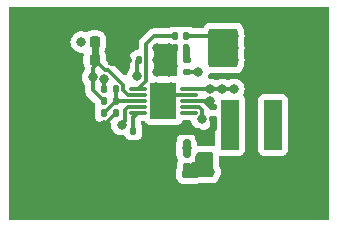
<source format=gbr>
G04 #@! TF.GenerationSoftware,KiCad,Pcbnew,8.0.3*
G04 #@! TF.CreationDate,2024-08-02T19:38:20+02:00*
G04 #@! TF.ProjectId,powermod,706f7765-726d-46f6-942e-6b696361645f,rev?*
G04 #@! TF.SameCoordinates,PXf42400PY2719c40*
G04 #@! TF.FileFunction,Copper,L1,Top*
G04 #@! TF.FilePolarity,Positive*
%FSLAX46Y46*%
G04 Gerber Fmt 4.6, Leading zero omitted, Abs format (unit mm)*
G04 Created by KiCad (PCBNEW 8.0.3) date 2024-08-02 19:38:20*
%MOMM*%
%LPD*%
G01*
G04 APERTURE LIST*
G04 Aperture macros list*
%AMRoundRect*
0 Rectangle with rounded corners*
0 $1 Rounding radius*
0 $2 $3 $4 $5 $6 $7 $8 $9 X,Y pos of 4 corners*
0 Add a 4 corners polygon primitive as box body*
4,1,4,$2,$3,$4,$5,$6,$7,$8,$9,$2,$3,0*
0 Add four circle primitives for the rounded corners*
1,1,$1+$1,$2,$3*
1,1,$1+$1,$4,$5*
1,1,$1+$1,$6,$7*
1,1,$1+$1,$8,$9*
0 Add four rect primitives between the rounded corners*
20,1,$1+$1,$2,$3,$4,$5,0*
20,1,$1+$1,$4,$5,$6,$7,0*
20,1,$1+$1,$6,$7,$8,$9,0*
20,1,$1+$1,$8,$9,$2,$3,0*%
G04 Aperture macros list end*
G04 #@! TA.AperFunction,Conductor*
%ADD10C,0.300000*%
G04 #@! TD*
G04 #@! TA.AperFunction,SMDPad,CuDef*
%ADD11RoundRect,0.225000X-0.225000X-0.250000X0.225000X-0.250000X0.225000X0.250000X-0.225000X0.250000X0*%
G04 #@! TD*
G04 #@! TA.AperFunction,SMDPad,CuDef*
%ADD12RoundRect,0.075000X-0.650000X-0.075000X0.650000X-0.075000X0.650000X0.075000X-0.650000X0.075000X0*%
G04 #@! TD*
G04 #@! TA.AperFunction,HeatsinkPad*
%ADD13C,0.500000*%
G04 #@! TD*
G04 #@! TA.AperFunction,HeatsinkPad*
%ADD14R,2.200000X3.100000*%
G04 #@! TD*
G04 #@! TA.AperFunction,SMDPad,CuDef*
%ADD15RoundRect,0.135000X-0.185000X0.135000X-0.185000X-0.135000X0.185000X-0.135000X0.185000X0.135000X0*%
G04 #@! TD*
G04 #@! TA.AperFunction,SMDPad,CuDef*
%ADD16RoundRect,0.135000X0.135000X0.185000X-0.135000X0.185000X-0.135000X-0.185000X0.135000X-0.185000X0*%
G04 #@! TD*
G04 #@! TA.AperFunction,SMDPad,CuDef*
%ADD17RoundRect,0.135000X-0.135000X-0.185000X0.135000X-0.185000X0.135000X0.185000X-0.135000X0.185000X0*%
G04 #@! TD*
G04 #@! TA.AperFunction,SMDPad,CuDef*
%ADD18RoundRect,0.135000X0.185000X-0.135000X0.185000X0.135000X-0.185000X0.135000X-0.185000X-0.135000X0*%
G04 #@! TD*
G04 #@! TA.AperFunction,SMDPad,CuDef*
%ADD19R,1.500000X4.200000*%
G04 #@! TD*
G04 #@! TA.AperFunction,SMDPad,CuDef*
%ADD20RoundRect,0.250000X1.000000X-1.400000X1.000000X1.400000X-1.000000X1.400000X-1.000000X-1.400000X0*%
G04 #@! TD*
G04 #@! TA.AperFunction,SMDPad,CuDef*
%ADD21RoundRect,0.140000X0.170000X-0.140000X0.170000X0.140000X-0.170000X0.140000X-0.170000X-0.140000X0*%
G04 #@! TD*
G04 #@! TA.AperFunction,SMDPad,CuDef*
%ADD22RoundRect,0.140000X-0.140000X-0.170000X0.140000X-0.170000X0.140000X0.170000X-0.140000X0.170000X0*%
G04 #@! TD*
G04 #@! TA.AperFunction,SMDPad,CuDef*
%ADD23RoundRect,0.250000X0.475000X-0.250000X0.475000X0.250000X-0.475000X0.250000X-0.475000X-0.250000X0*%
G04 #@! TD*
G04 #@! TA.AperFunction,SMDPad,CuDef*
%ADD24RoundRect,0.140000X0.140000X0.170000X-0.140000X0.170000X-0.140000X-0.170000X0.140000X-0.170000X0*%
G04 #@! TD*
G04 #@! TA.AperFunction,ViaPad*
%ADD25C,0.800000*%
G04 #@! TD*
G04 #@! TA.AperFunction,ViaPad*
%ADD26C,0.600000*%
G04 #@! TD*
G04 #@! TA.AperFunction,Conductor*
%ADD27C,0.600000*%
G04 #@! TD*
G04 #@! TA.AperFunction,Conductor*
%ADD28C,0.700000*%
G04 #@! TD*
G04 #@! TA.AperFunction,Conductor*
%ADD29C,0.250000*%
G04 #@! TD*
G04 #@! TA.AperFunction,Profile*
%ADD30C,0.120000*%
G04 #@! TD*
G04 APERTURE END LIST*
D10*
X14500000Y-5500000D02*
X15000000Y-5500000D01*
X14000000Y-5500000D02*
X14500000Y-5500000D01*
D11*
X7225000Y-2500000D03*
X8775000Y-2500000D03*
D12*
X10890000Y-4970000D03*
X10890000Y-5470000D03*
X10890000Y-5970000D03*
X10890000Y-6470000D03*
X10890000Y-6970000D03*
X15190000Y-6970000D03*
X15190000Y-6470000D03*
X15190000Y-5970000D03*
X15190000Y-5470000D03*
X15190000Y-4970000D03*
D13*
X12390000Y-4670000D03*
X12390000Y-5970000D03*
X12390000Y-7270000D03*
D14*
X13040000Y-5970000D03*
D13*
X13690000Y-4670000D03*
X13690000Y-5970000D03*
X13690000Y-7270000D03*
D15*
X15000000Y-2490000D03*
X15000000Y-3510000D03*
D16*
X11510000Y-8500000D03*
X10490000Y-8500000D03*
X9000000Y-5000000D03*
X7980000Y-5000000D03*
X9010000Y-7000000D03*
X7990000Y-7000000D03*
D17*
X7990000Y-6000000D03*
X9010000Y-6000000D03*
D18*
X15000000Y-9510000D03*
X15000000Y-8490000D03*
X15000000Y-11510000D03*
X15000000Y-10490000D03*
D19*
X18700000Y-8000000D03*
X22300000Y-8000000D03*
D20*
X18100000Y-1500000D03*
X24900000Y-1500000D03*
D21*
X17204121Y-7495657D03*
X17204121Y-6535657D03*
D22*
X14020000Y-1500000D03*
X14980000Y-1500000D03*
X10020000Y-2500000D03*
X10980000Y-2500000D03*
D23*
X16500000Y-10900000D03*
X16500000Y-9000000D03*
D24*
X14980000Y-500000D03*
X14020000Y-500000D03*
D11*
X7225000Y-1000000D03*
X8775000Y-1000000D03*
D25*
X15000000Y-12000000D03*
X16000000Y-12000000D03*
X17000000Y-12000000D03*
X8000000Y-8000000D03*
X26000000Y-12000000D03*
X26000000Y-10000000D03*
X26000000Y-8000000D03*
X26000000Y-6000000D03*
X17000000Y-6000003D03*
X16000000Y-3510000D03*
X16294122Y-7546240D03*
X15000000Y-9944919D03*
X10840000Y-3899669D03*
X9500000Y-8000000D03*
X8029077Y-4116585D03*
X6085000Y-1000000D03*
X7036256Y-3996956D03*
X22000000Y-6500000D03*
X22000000Y-7500000D03*
X22000000Y-8500000D03*
X22000000Y-9500000D03*
X19000000Y-5000000D03*
X18000000Y-5000000D03*
X17000000Y-5000000D03*
X17500000Y-1500000D03*
X19000000Y-1500000D03*
X19000000Y-500000D03*
X19000000Y-2500000D03*
X17500000Y-2500000D03*
X17500000Y-500000D03*
X18500000Y-9500000D03*
X18500000Y-8500000D03*
X18500000Y-7500000D03*
X18500000Y-6500000D03*
X26000000Y1000000D03*
X25000000Y1000000D03*
X24000000Y1000000D03*
X26000000Y-4000000D03*
X25000000Y-4000000D03*
X24000000Y-4000000D03*
X13500000Y-8500000D03*
X13500000Y-9500000D03*
X13500000Y-10500000D03*
X12500000Y-10500000D03*
X12500000Y-9500000D03*
X12500000Y-8500000D03*
X13500000Y-3500000D03*
X13500000Y-2500000D03*
X13500000Y-1500000D03*
X12500000Y-3500000D03*
X12500000Y-2500000D03*
X12500000Y-1500000D03*
D26*
X1000000Y-4000000D03*
X1000000Y-6000000D03*
X1000000Y-10000000D03*
X1000000Y-12000000D03*
X1000000Y-8000000D03*
X1000000Y-14000000D03*
D27*
X7225000Y-2500000D02*
X7225000Y-1000000D01*
X8775000Y-2500000D02*
X8775000Y-1000000D01*
D10*
X9620000Y-5028120D02*
X9620000Y-4610366D01*
X9620000Y-4610366D02*
X8376219Y-3366585D01*
X8376219Y-3366585D02*
X8091585Y-3366585D01*
X8091585Y-3366585D02*
X7225000Y-2500000D01*
X10890000Y-5470000D02*
X10061880Y-5470000D01*
X10061880Y-5470000D02*
X9620000Y-5028120D01*
D27*
X8775000Y-2500000D02*
X10020000Y-2500000D01*
D10*
X10840000Y-3899669D02*
X10840000Y-2640000D01*
X10840000Y-2640000D02*
X10980000Y-2500000D01*
X7036256Y-3996956D02*
X7036256Y-3188744D01*
X7036256Y-3188744D02*
X7225000Y-3000000D01*
D27*
X15000000Y-11510000D02*
X15000000Y-12000000D01*
D10*
X14980000Y-500000D02*
X17500000Y-500000D01*
X10890000Y-4970000D02*
X11590000Y-4270000D01*
X11590000Y-4270000D02*
X11590000Y-1150001D01*
X11590000Y-1150001D02*
X12240001Y-500000D01*
X12240001Y-500000D02*
X14020000Y-500000D01*
D27*
X15000000Y-8490000D02*
X15990000Y-8490000D01*
X15990000Y-8490000D02*
X16500000Y-9000000D01*
X15000000Y-8490000D02*
X13510000Y-8490000D01*
D10*
X13510000Y-8490000D02*
X13500000Y-8500000D01*
D28*
X15000000Y-10490000D02*
X15000000Y-9510000D01*
D10*
X7036256Y-3996956D02*
X7036256Y-5065890D01*
X7036256Y-5065890D02*
X7970366Y-6000000D01*
X7970366Y-6000000D02*
X7990000Y-6000000D01*
X8029077Y-4116585D02*
X8029077Y-4950923D01*
X8029077Y-4950923D02*
X7980000Y-5000000D01*
X15000000Y-10490000D02*
X15000000Y-9944919D01*
X16000000Y-3510000D02*
X15000000Y-3510000D01*
X9000000Y-7000000D02*
X8000000Y-8000000D01*
X9010000Y-7000000D02*
X9000000Y-7000000D01*
D27*
X14980000Y-1500000D02*
X14980000Y-2470000D01*
D10*
X14980000Y-2470000D02*
X15000000Y-2490000D01*
X16969997Y-5970000D02*
X17000000Y-6000003D01*
X15190000Y-5970000D02*
X16969997Y-5970000D01*
X16294122Y-6746002D02*
X16294122Y-7546240D01*
X16018120Y-6470000D02*
X16294122Y-6746002D01*
X15190000Y-6470000D02*
X16018120Y-6470000D01*
D27*
X17204121Y-7495657D02*
X17204121Y-8295879D01*
X17204121Y-8295879D02*
X16500000Y-9000000D01*
D10*
X10890000Y-6470000D02*
X10061880Y-6470000D01*
X10061880Y-6470000D02*
X9815000Y-6716880D01*
X9815000Y-6716880D02*
X9815000Y-7685000D01*
X9815000Y-7685000D02*
X9500000Y-8000000D01*
X7990000Y-7000000D02*
X8000366Y-7000000D01*
X8000366Y-7000000D02*
X9000366Y-6000000D01*
X9000366Y-6000000D02*
X9010000Y-6000000D01*
X9010000Y-6000000D02*
X9010000Y-5010000D01*
X9010000Y-5010000D02*
X9000000Y-5000000D01*
X9010000Y-6000000D02*
X9040000Y-5970000D01*
X9040000Y-5970000D02*
X10890000Y-5970000D01*
X10490000Y-8500000D02*
X10490000Y-7370000D01*
X10490000Y-7370000D02*
X10890000Y-6970000D01*
D27*
X11510000Y-8500000D02*
X12500000Y-8500000D01*
D10*
X15190000Y-5970000D02*
X16450000Y-5970000D01*
X16450000Y-5970000D02*
X17000000Y-6520000D01*
X18000000Y-5000000D02*
X19000000Y-5000000D01*
X17000000Y-5000000D02*
X18000000Y-5000000D01*
X15190000Y-4970000D02*
X16970000Y-4970000D01*
X16970000Y-4970000D02*
X17000000Y-5000000D01*
D29*
X18100000Y-2060000D02*
X18100000Y-1500000D01*
G04 #@! TA.AperFunction,Conductor*
G36*
X17407514Y-7639228D02*
G01*
X17439444Y-7702638D01*
X17441500Y-7725306D01*
X17441500Y-9710082D01*
X17421498Y-9778203D01*
X17367842Y-9824696D01*
X17297568Y-9834800D01*
X17280534Y-9831133D01*
X17268911Y-9827775D01*
X17261135Y-9825529D01*
X17259382Y-9824984D01*
X17258687Y-9824821D01*
X17258683Y-9824820D01*
X17258682Y-9824820D01*
X17197802Y-9816338D01*
X17113926Y-9804652D01*
X17113923Y-9804652D01*
X17084910Y-9804778D01*
X16003348Y-9809501D01*
X15935141Y-9789796D01*
X15888414Y-9736344D01*
X15882965Y-9722438D01*
X15864667Y-9666122D01*
X15858500Y-9627186D01*
X15858500Y-9425444D01*
X15858499Y-9425441D01*
X15839216Y-9328500D01*
X15825508Y-9259585D01*
X15814991Y-9234195D01*
X15810406Y-9221137D01*
X15803541Y-9197507D01*
X15780269Y-9117404D01*
X15780267Y-9117400D01*
X15780267Y-9117399D01*
X15697507Y-8977460D01*
X15697501Y-8977453D01*
X15582546Y-8862498D01*
X15582542Y-8862495D01*
X15582541Y-8862494D01*
X15556395Y-8847031D01*
X15530323Y-8831612D01*
X15524461Y-8827924D01*
X15406652Y-8749207D01*
X15250418Y-8684493D01*
X15250415Y-8684492D01*
X15084558Y-8651500D01*
X15084555Y-8651500D01*
X14915445Y-8651500D01*
X14915441Y-8651500D01*
X14749584Y-8684492D01*
X14749581Y-8684493D01*
X14593346Y-8749208D01*
X14475527Y-8827931D01*
X14469666Y-8831618D01*
X14417459Y-8862493D01*
X14417455Y-8862496D01*
X14302498Y-8977453D01*
X14302492Y-8977460D01*
X14219732Y-9117400D01*
X14219730Y-9117404D01*
X14189589Y-9221145D01*
X14185005Y-9234201D01*
X14174493Y-9259582D01*
X14174492Y-9259585D01*
X14155998Y-9352553D01*
X14154699Y-8028500D01*
X14188632Y-8028500D01*
X14188638Y-8028500D01*
X14188645Y-8028499D01*
X14188649Y-8028499D01*
X14249196Y-8021990D01*
X14249199Y-8021989D01*
X14249201Y-8021989D01*
X14386204Y-7970889D01*
X14457131Y-7917794D01*
X14503261Y-7883261D01*
X14590886Y-7766208D01*
X14590885Y-7766208D01*
X14590889Y-7766204D01*
X14611679Y-7710464D01*
X14654224Y-7653632D01*
X14720744Y-7628821D01*
X14729733Y-7628500D01*
X15275812Y-7628500D01*
X15343933Y-7648502D01*
X15390426Y-7702158D01*
X15398019Y-7729959D01*
X15399206Y-7729707D01*
X15400578Y-7736164D01*
X15414909Y-7780268D01*
X15459595Y-7917796D01*
X15459598Y-7917801D01*
X15555080Y-8083181D01*
X15555087Y-8083191D01*
X15682866Y-8225104D01*
X15682869Y-8225106D01*
X15837370Y-8337358D01*
X16011834Y-8415034D01*
X16198635Y-8454740D01*
X16389609Y-8454740D01*
X16576410Y-8415034D01*
X16750874Y-8337358D01*
X16905375Y-8225106D01*
X16915794Y-8213535D01*
X17033156Y-8083191D01*
X17033157Y-8083189D01*
X17033162Y-8083184D01*
X17128649Y-7917796D01*
X17187664Y-7736168D01*
X17190190Y-7712136D01*
X17217203Y-7646479D01*
X17275424Y-7605849D01*
X17346369Y-7603146D01*
X17407514Y-7639228D01*
G37*
G04 #@! TD.AperFunction*
G04 #@! TA.AperFunction,Conductor*
G36*
X14160114Y-1392158D02*
G01*
X14171500Y-1444500D01*
X14171500Y-2689987D01*
X14174370Y-2726464D01*
X14219732Y-2882599D01*
X14251231Y-2935862D01*
X14268690Y-3004679D01*
X14251231Y-3064138D01*
X14219732Y-3117400D01*
X14174370Y-3273534D01*
X14174370Y-3273535D01*
X14171500Y-3310001D01*
X14171500Y-3709987D01*
X14174370Y-3746462D01*
X14174370Y-3746465D01*
X14174371Y-3746466D01*
X14175498Y-3750348D01*
X14175492Y-3752606D01*
X14175527Y-3752795D01*
X14175492Y-3752801D01*
X14175297Y-3821342D01*
X14150606Y-3859522D01*
X14148170Y-1378374D01*
X14160114Y-1392158D01*
G37*
G04 #@! TD.AperFunction*
G04 #@! TA.AperFunction,Conductor*
G36*
X26931621Y1969498D02*
G01*
X26978114Y1915842D01*
X26989500Y1863500D01*
X26989500Y-15863500D01*
X26969498Y-15931621D01*
X26915842Y-15978114D01*
X26863500Y-15989500D01*
X136500Y-15989500D01*
X68379Y-15969498D01*
X21886Y-15915842D01*
X10500Y-15863500D01*
X10500Y-1000000D01*
X5171496Y-1000000D01*
X5191457Y-1189927D01*
X5201619Y-1221200D01*
X5250473Y-1371556D01*
X5250476Y-1371561D01*
X5345958Y-1536941D01*
X5345965Y-1536951D01*
X5473744Y-1678864D01*
X5488964Y-1689922D01*
X5628248Y-1791118D01*
X5802712Y-1868794D01*
X5989513Y-1908500D01*
X6165951Y-1908500D01*
X6234072Y-1928502D01*
X6280565Y-1982158D01*
X6290669Y-2052432D01*
X6285556Y-2074132D01*
X6276763Y-2100666D01*
X6266500Y-2201119D01*
X6266500Y-2798880D01*
X6266499Y-2798880D01*
X6276763Y-2899333D01*
X6328154Y-3054426D01*
X6330698Y-3062101D01*
X6358997Y-3107980D01*
X6377756Y-3174125D01*
X6377756Y-3322196D01*
X6357754Y-3390317D01*
X6345392Y-3406506D01*
X6297221Y-3460004D01*
X6297214Y-3460014D01*
X6220946Y-3592115D01*
X6201729Y-3625400D01*
X6192191Y-3654754D01*
X6142713Y-3807028D01*
X6122752Y-3996956D01*
X6142713Y-4186883D01*
X6158269Y-4234758D01*
X6201729Y-4368512D01*
X6201732Y-4368517D01*
X6297217Y-4533902D01*
X6345391Y-4587403D01*
X6376109Y-4651410D01*
X6377756Y-4671715D01*
X6377756Y-5130750D01*
X6389528Y-5189928D01*
X6403062Y-5257967D01*
X6452701Y-5377807D01*
X6524765Y-5485659D01*
X6524769Y-5485663D01*
X7174595Y-6135489D01*
X7208621Y-6197801D01*
X7211500Y-6224579D01*
X7211500Y-6249986D01*
X7214370Y-6286464D01*
X7259732Y-6442598D01*
X7262880Y-6449873D01*
X7259754Y-6451225D01*
X7273181Y-6505344D01*
X7260352Y-6549033D01*
X7262880Y-6550127D01*
X7259732Y-6557401D01*
X7214370Y-6713534D01*
X7214370Y-6713535D01*
X7211500Y-6750001D01*
X7211500Y-7249987D01*
X7214370Y-7286464D01*
X7259732Y-7442600D01*
X7342492Y-7582539D01*
X7342498Y-7582546D01*
X7457453Y-7697501D01*
X7457460Y-7697507D01*
X7597399Y-7780267D01*
X7597402Y-7780267D01*
X7597404Y-7780269D01*
X7753534Y-7825629D01*
X7790011Y-7828500D01*
X8189988Y-7828499D01*
X8226466Y-7825629D01*
X8382596Y-7780269D01*
X8408999Y-7764654D01*
X8477812Y-7747194D01*
X8545144Y-7769709D01*
X8589614Y-7825052D01*
X8598448Y-7886277D01*
X8586496Y-7999999D01*
X8606457Y-8189927D01*
X8636526Y-8282470D01*
X8665473Y-8371556D01*
X8665476Y-8371561D01*
X8760958Y-8536941D01*
X8760965Y-8536951D01*
X8888744Y-8678864D01*
X8888747Y-8678866D01*
X9043248Y-8791118D01*
X9217712Y-8868794D01*
X9404513Y-8908500D01*
X9595486Y-8908500D01*
X9595487Y-8908500D01*
X9634915Y-8900119D01*
X9705705Y-8905520D01*
X9762338Y-8948336D01*
X9769565Y-8959225D01*
X9842495Y-9082542D01*
X9842498Y-9082546D01*
X9957453Y-9197501D01*
X9957460Y-9197507D01*
X10097399Y-9280267D01*
X10097402Y-9280267D01*
X10097404Y-9280269D01*
X10253534Y-9325629D01*
X10290011Y-9328500D01*
X10689988Y-9328499D01*
X10726466Y-9325629D01*
X10882596Y-9280269D01*
X10882598Y-9280267D01*
X10882600Y-9280267D01*
X10975892Y-9225093D01*
X11022541Y-9197506D01*
X11137506Y-9082541D01*
X11210435Y-8959225D01*
X11220267Y-8942600D01*
X11220267Y-8942598D01*
X11220269Y-8942596D01*
X11265629Y-8786466D01*
X11268500Y-8749989D01*
X11268499Y-8250012D01*
X11265629Y-8213534D01*
X11220269Y-8057404D01*
X11220267Y-8057400D01*
X11166046Y-7965715D01*
X11148500Y-7901577D01*
X11148500Y-7754500D01*
X11168502Y-7686379D01*
X11222158Y-7639886D01*
X11274500Y-7628500D01*
X11350267Y-7628500D01*
X11418388Y-7648502D01*
X11464881Y-7702158D01*
X11468312Y-7710441D01*
X11489111Y-7766204D01*
X11489112Y-7766205D01*
X11489113Y-7766208D01*
X11576738Y-7883261D01*
X11693792Y-7970887D01*
X11693794Y-7970888D01*
X11693796Y-7970889D01*
X11752875Y-7992924D01*
X11830795Y-8021988D01*
X11830803Y-8021990D01*
X11891350Y-8028499D01*
X11891355Y-8028499D01*
X11891362Y-8028500D01*
X11925028Y-8028500D01*
X11925028Y-11000000D01*
X14157616Y-11000000D01*
X14157276Y-10653867D01*
X14174492Y-10740414D01*
X14174494Y-10740420D01*
X14185006Y-10765801D01*
X14189592Y-10778860D01*
X14219732Y-10882599D01*
X14251231Y-10935862D01*
X14268690Y-11004679D01*
X14251231Y-11064138D01*
X14219732Y-11117400D01*
X14174370Y-11273534D01*
X14174370Y-11273535D01*
X14171500Y-11310001D01*
X14171500Y-11589939D01*
X14165333Y-11628876D01*
X14106457Y-11810072D01*
X14086496Y-12000000D01*
X14106457Y-12189929D01*
X14120537Y-12233261D01*
X14126412Y-12280776D01*
X14125254Y-12297735D01*
X14125254Y-12297736D01*
X14124259Y-12312289D01*
X14131830Y-12441742D01*
X14143442Y-12503789D01*
X14174103Y-12598973D01*
X14183203Y-12627225D01*
X14263427Y-12749397D01*
X14310445Y-12802593D01*
X14310449Y-12802597D01*
X14384705Y-12865673D01*
X14421835Y-12897214D01*
X14421838Y-12897215D01*
X14421839Y-12897216D01*
X14460539Y-12914432D01*
X14555375Y-12956621D01*
X14555381Y-12956622D01*
X14555382Y-12956623D01*
X14622293Y-12975558D01*
X14623588Y-12975940D01*
X14623690Y-12975953D01*
X14623691Y-12975954D01*
X14768559Y-12995331D01*
X17122998Y-12972191D01*
X17122999Y-12972191D01*
X17169285Y-12966869D01*
X17229565Y-12959939D01*
X17280669Y-12948559D01*
X17382370Y-12914432D01*
X17505325Y-12835414D01*
X17556434Y-12791127D01*
X17558637Y-12789320D01*
X17593230Y-12749396D01*
X17654695Y-12678461D01*
X17690997Y-12598969D01*
X17711971Y-12567006D01*
X17739040Y-12536944D01*
X17834527Y-12371556D01*
X17893542Y-12189928D01*
X17913504Y-12000000D01*
X17893542Y-11810072D01*
X17834527Y-11628444D01*
X17773094Y-11522038D01*
X17756213Y-11459038D01*
X17756213Y-10733167D01*
X17776215Y-10665046D01*
X17829871Y-10618553D01*
X17895688Y-10607890D01*
X17897790Y-10608116D01*
X17901351Y-10608499D01*
X17901354Y-10608499D01*
X17901362Y-10608500D01*
X17901368Y-10608500D01*
X19498632Y-10608500D01*
X19498638Y-10608500D01*
X19498645Y-10608499D01*
X19498649Y-10608499D01*
X19559196Y-10601990D01*
X19559199Y-10601989D01*
X19559201Y-10601989D01*
X19696204Y-10550889D01*
X19813261Y-10463261D01*
X19900889Y-10346204D01*
X19951989Y-10209201D01*
X19958500Y-10148638D01*
X19958500Y-5851362D01*
X19958499Y-5851350D01*
X21041500Y-5851350D01*
X21041500Y-10148649D01*
X21048009Y-10209196D01*
X21048011Y-10209204D01*
X21099110Y-10346202D01*
X21099112Y-10346207D01*
X21186738Y-10463261D01*
X21303792Y-10550887D01*
X21303794Y-10550888D01*
X21303796Y-10550889D01*
X21356211Y-10570439D01*
X21440795Y-10601988D01*
X21440803Y-10601990D01*
X21501350Y-10608499D01*
X21501355Y-10608499D01*
X21501362Y-10608500D01*
X21501368Y-10608500D01*
X23098632Y-10608500D01*
X23098638Y-10608500D01*
X23098645Y-10608499D01*
X23098649Y-10608499D01*
X23159196Y-10601990D01*
X23159199Y-10601989D01*
X23159201Y-10601989D01*
X23296204Y-10550889D01*
X23413261Y-10463261D01*
X23500889Y-10346204D01*
X23551989Y-10209201D01*
X23558500Y-10148638D01*
X23558500Y-5851362D01*
X23558499Y-5851350D01*
X23551990Y-5790803D01*
X23551988Y-5790795D01*
X23500889Y-5653797D01*
X23500887Y-5653792D01*
X23413261Y-5536738D01*
X23296207Y-5449112D01*
X23296202Y-5449110D01*
X23159204Y-5398011D01*
X23159196Y-5398009D01*
X23098649Y-5391500D01*
X23098638Y-5391500D01*
X21501362Y-5391500D01*
X21501350Y-5391500D01*
X21440803Y-5398009D01*
X21440795Y-5398011D01*
X21303797Y-5449110D01*
X21303792Y-5449112D01*
X21186738Y-5536738D01*
X21099112Y-5653792D01*
X21099110Y-5653797D01*
X21048011Y-5790795D01*
X21048009Y-5790803D01*
X21041500Y-5851350D01*
X19958499Y-5851350D01*
X19951990Y-5790803D01*
X19951988Y-5790795D01*
X19900889Y-5653797D01*
X19900887Y-5653792D01*
X19821231Y-5547385D01*
X19796420Y-5480865D01*
X19811511Y-5411491D01*
X19812981Y-5408874D01*
X19834525Y-5371559D01*
X19834527Y-5371556D01*
X19893542Y-5189928D01*
X19913504Y-5000000D01*
X19893542Y-4810072D01*
X19834527Y-4628444D01*
X19739040Y-4463056D01*
X19739038Y-4463054D01*
X19739034Y-4463048D01*
X19611255Y-4321135D01*
X19456752Y-4208882D01*
X19282288Y-4131206D01*
X19095487Y-4091500D01*
X18904513Y-4091500D01*
X18717711Y-4131206D01*
X18626675Y-4171738D01*
X18551248Y-4205320D01*
X18480882Y-4214754D01*
X18448752Y-4205320D01*
X18282288Y-4131206D01*
X18095487Y-4091500D01*
X17904513Y-4091500D01*
X17717711Y-4131206D01*
X17626675Y-4171738D01*
X17551248Y-4205320D01*
X17480882Y-4214754D01*
X17448752Y-4205320D01*
X17282288Y-4131206D01*
X17095487Y-4091500D01*
X16931554Y-4091500D01*
X16863433Y-4071498D01*
X16816940Y-4017842D01*
X16806836Y-3947568D01*
X16822435Y-3902500D01*
X16826991Y-3894608D01*
X16834527Y-3881556D01*
X16880143Y-3741164D01*
X16920217Y-3682559D01*
X16985613Y-3654922D01*
X17012783Y-3654754D01*
X17045069Y-3658051D01*
X17049455Y-3658500D01*
X19150544Y-3658499D01*
X19254426Y-3647887D01*
X19422738Y-3592115D01*
X19573652Y-3499030D01*
X19699030Y-3373652D01*
X19792115Y-3222738D01*
X19847887Y-3054426D01*
X19858500Y-2950545D01*
X19858499Y-2817732D01*
X19864666Y-2778795D01*
X19879419Y-2733391D01*
X19893542Y-2689928D01*
X19913504Y-2500000D01*
X19893542Y-2310072D01*
X19878740Y-2264516D01*
X19864666Y-2221202D01*
X19858499Y-2182265D01*
X19858499Y-1817733D01*
X19864666Y-1778796D01*
X19893542Y-1689928D01*
X19913504Y-1500000D01*
X19893542Y-1310072D01*
X19892678Y-1307412D01*
X19864666Y-1221200D01*
X19858499Y-1182264D01*
X19858499Y-817734D01*
X19864666Y-778797D01*
X19889903Y-701128D01*
X19893542Y-689928D01*
X19913504Y-500000D01*
X19893542Y-310072D01*
X19864666Y-221200D01*
X19858499Y-182264D01*
X19858499Y-49455D01*
X19847887Y54426D01*
X19838235Y83555D01*
X19792115Y222738D01*
X19699030Y373652D01*
X19699029Y373653D01*
X19699024Y373659D01*
X19573658Y499025D01*
X19573652Y499030D01*
X19422738Y592115D01*
X19338582Y620001D01*
X19254427Y647887D01*
X19254420Y647888D01*
X19150553Y658500D01*
X17049455Y658500D01*
X16945574Y647888D01*
X16777261Y592115D01*
X16626347Y499030D01*
X16626341Y499025D01*
X16500975Y373659D01*
X16500970Y373653D01*
X16466952Y318500D01*
X16407885Y222738D01*
X16407884Y222736D01*
X16405181Y218353D01*
X16352395Y170875D01*
X16297940Y158500D01*
X15599850Y158500D01*
X15531729Y178502D01*
X15522626Y184939D01*
X15520631Y186487D01*
X15379599Y269893D01*
X15379598Y269894D01*
X15379597Y269894D01*
X15300925Y292750D01*
X15222252Y315607D01*
X15185493Y318500D01*
X15185484Y318500D01*
X14774516Y318500D01*
X14774507Y318500D01*
X14737748Y315607D01*
X14737747Y315607D01*
X14580400Y269893D01*
X14564137Y260275D01*
X14495320Y242817D01*
X14435863Y260275D01*
X14419599Y269893D01*
X14419598Y269894D01*
X14419597Y269894D01*
X14340925Y292750D01*
X14262252Y315607D01*
X14225493Y318500D01*
X14225484Y318500D01*
X13814516Y318500D01*
X13814507Y318500D01*
X13777748Y315607D01*
X13777747Y315607D01*
X13620400Y269893D01*
X13479368Y186487D01*
X13477374Y184939D01*
X13475525Y184214D01*
X13472549Y182453D01*
X13472265Y182934D01*
X13411288Y158993D01*
X13400150Y158500D01*
X12175140Y158500D01*
X12047923Y133194D01*
X12047920Y133193D01*
X11928084Y83555D01*
X11820232Y11491D01*
X11820231Y11490D01*
X11078508Y-730232D01*
X11017771Y-821134D01*
X11006444Y-838086D01*
X10956807Y-957920D01*
X10956806Y-957923D01*
X10931500Y-1085140D01*
X10931500Y-1555500D01*
X10911498Y-1623621D01*
X10857842Y-1670114D01*
X10805500Y-1681500D01*
X10774507Y-1681500D01*
X10737748Y-1684393D01*
X10737747Y-1684393D01*
X10580400Y-1730107D01*
X10439369Y-1813513D01*
X10439365Y-1813516D01*
X10323516Y-1929365D01*
X10323513Y-1929369D01*
X10240107Y-2070400D01*
X10194393Y-2227747D01*
X10194393Y-2227748D01*
X10191500Y-2264506D01*
X10191500Y-2512458D01*
X10189079Y-2537040D01*
X10181500Y-2575139D01*
X10181500Y-3224909D01*
X10161498Y-3293030D01*
X10149136Y-3309219D01*
X10100965Y-3362717D01*
X10100958Y-3362727D01*
X10005476Y-3528107D01*
X10005473Y-3528114D01*
X9946456Y-3709744D01*
X9946456Y-3709745D01*
X9945934Y-3714715D01*
X9918920Y-3780371D01*
X9860697Y-3820999D01*
X9789752Y-3823700D01*
X9731530Y-3790636D01*
X8795992Y-2855098D01*
X8795988Y-2855094D01*
X8688136Y-2783030D01*
X8677912Y-2778795D01*
X8568299Y-2733392D01*
X8568296Y-2733391D01*
X8441079Y-2708085D01*
X8441076Y-2708085D01*
X8416535Y-2708085D01*
X8348414Y-2688083D01*
X8327439Y-2671180D01*
X8220404Y-2564144D01*
X8186379Y-2501832D01*
X8183500Y-2475049D01*
X8183500Y-2201119D01*
X8173236Y-2100666D01*
X8173236Y-2100664D01*
X8119302Y-1937899D01*
X8052258Y-1829205D01*
X8033500Y-1763059D01*
X8033500Y-1736938D01*
X8052259Y-1670793D01*
X8119302Y-1562101D01*
X8173236Y-1399336D01*
X8176074Y-1371554D01*
X8183500Y-1298880D01*
X8183500Y-701119D01*
X8173236Y-600666D01*
X8173236Y-600664D01*
X8119302Y-437899D01*
X8029285Y-291960D01*
X8029284Y-291959D01*
X8029279Y-291953D01*
X7908046Y-170720D01*
X7908040Y-170715D01*
X7843986Y-131206D01*
X7762101Y-80698D01*
X7599336Y-26764D01*
X7599333Y-26763D01*
X7498880Y-16500D01*
X7498872Y-16500D01*
X6951128Y-16500D01*
X6951120Y-16500D01*
X6850666Y-26763D01*
X6687899Y-80698D01*
X6562556Y-158011D01*
X6494077Y-176748D01*
X6445160Y-165877D01*
X6367288Y-131206D01*
X6180487Y-91500D01*
X5989513Y-91500D01*
X5802711Y-131206D01*
X5628247Y-208882D01*
X5473744Y-321135D01*
X5345965Y-463048D01*
X5345958Y-463058D01*
X5250476Y-628438D01*
X5250473Y-628445D01*
X5191457Y-810072D01*
X5171496Y-1000000D01*
X10500Y-1000000D01*
X10500Y1863500D01*
X30502Y1931621D01*
X84158Y1978114D01*
X136500Y1989500D01*
X26863500Y1989500D01*
X26931621Y1969498D01*
G37*
G04 #@! TD.AperFunction*
G04 #@! TA.AperFunction,Conductor*
G36*
X12354435Y-8029291D02*
G01*
X12390000Y-8033299D01*
X12425564Y-8029291D01*
X12439670Y-8028500D01*
X13640330Y-8028500D01*
X13654435Y-8029291D01*
X13690000Y-8033299D01*
X13725564Y-8029291D01*
X13739670Y-8028500D01*
X14154699Y-8028500D01*
X14155998Y-9352553D01*
X14141500Y-9425441D01*
X14141500Y-9627186D01*
X14135333Y-9666122D01*
X14106457Y-9754990D01*
X14086496Y-9944919D01*
X14106457Y-10134846D01*
X14135333Y-10223714D01*
X14141500Y-10262651D01*
X14141500Y-10574558D01*
X14157276Y-10653867D01*
X14157616Y-11000000D01*
X11925028Y-11000000D01*
X11925028Y-8028500D01*
X12340330Y-8028500D01*
X12354435Y-8029291D01*
G37*
G04 #@! TD.AperFunction*
G04 #@! TA.AperFunction,Conductor*
G36*
X13468271Y-1178502D02*
G01*
X13477374Y-1184939D01*
X13479368Y-1186486D01*
X13479370Y-1186487D01*
X13479371Y-1186488D01*
X13620403Y-1269894D01*
X13777746Y-1315606D01*
X13814506Y-1318499D01*
X13814507Y-1318500D01*
X14148112Y-1318500D01*
X14150657Y-3911500D01*
X13739670Y-3911500D01*
X13725564Y-3910708D01*
X13690000Y-3906701D01*
X13654435Y-3910708D01*
X13640330Y-3911500D01*
X12439670Y-3911500D01*
X12425564Y-3910708D01*
X12390000Y-3906701D01*
X12389999Y-3906701D01*
X12389998Y-3906701D01*
X12388605Y-3906858D01*
X12387709Y-3906701D01*
X12382924Y-3906701D01*
X12382924Y-3905862D01*
X12318674Y-3894608D01*
X12266466Y-3846494D01*
X12248500Y-3781650D01*
X12248500Y-1474950D01*
X12268502Y-1406829D01*
X12285405Y-1385855D01*
X12475855Y-1195405D01*
X12538167Y-1161379D01*
X12564950Y-1158500D01*
X13400150Y-1158500D01*
X13468271Y-1178502D01*
G37*
G04 #@! TD.AperFunction*
G04 #@! TA.AperFunction,Conductor*
G36*
X17184370Y-10337852D02*
G01*
X17231097Y-10391304D01*
X17242713Y-10444146D01*
X17242713Y-12332722D01*
X17222711Y-12400843D01*
X17169055Y-12447336D01*
X17117951Y-12458716D01*
X14763512Y-12481856D01*
X14695198Y-12462524D01*
X14648180Y-12409328D01*
X14636567Y-12347277D01*
X14637561Y-12332722D01*
X14697838Y-11450099D01*
X14722434Y-11383504D01*
X14779132Y-11340774D01*
X14848125Y-11335109D01*
X14915445Y-11348500D01*
X15084555Y-11348500D01*
X15250415Y-11315508D01*
X15406652Y-11250793D01*
X15524493Y-11172053D01*
X15530296Y-11168402D01*
X15582541Y-11137506D01*
X15582545Y-11137501D01*
X15585291Y-11135878D01*
X15638242Y-11118830D01*
X15687594Y-11114433D01*
X15694379Y-11050232D01*
X15711225Y-10999342D01*
X15780269Y-10882596D01*
X15810413Y-10778837D01*
X15814990Y-10765806D01*
X15825508Y-10740415D01*
X15858500Y-10574555D01*
X15858500Y-10449090D01*
X15878502Y-10380969D01*
X15932158Y-10334476D01*
X15983946Y-10323091D01*
X17116165Y-10318147D01*
X17184370Y-10337852D01*
G37*
G04 #@! TD.AperFunction*
D30*
X0Y-16000000D02*
X27000000Y-16000000D01*
X27000000Y2000000D02*
X0Y2000000D01*
X27000000Y-16000000D02*
X27000000Y2000000D01*
X0Y2000000D02*
X0Y-16000000D01*
M02*

</source>
